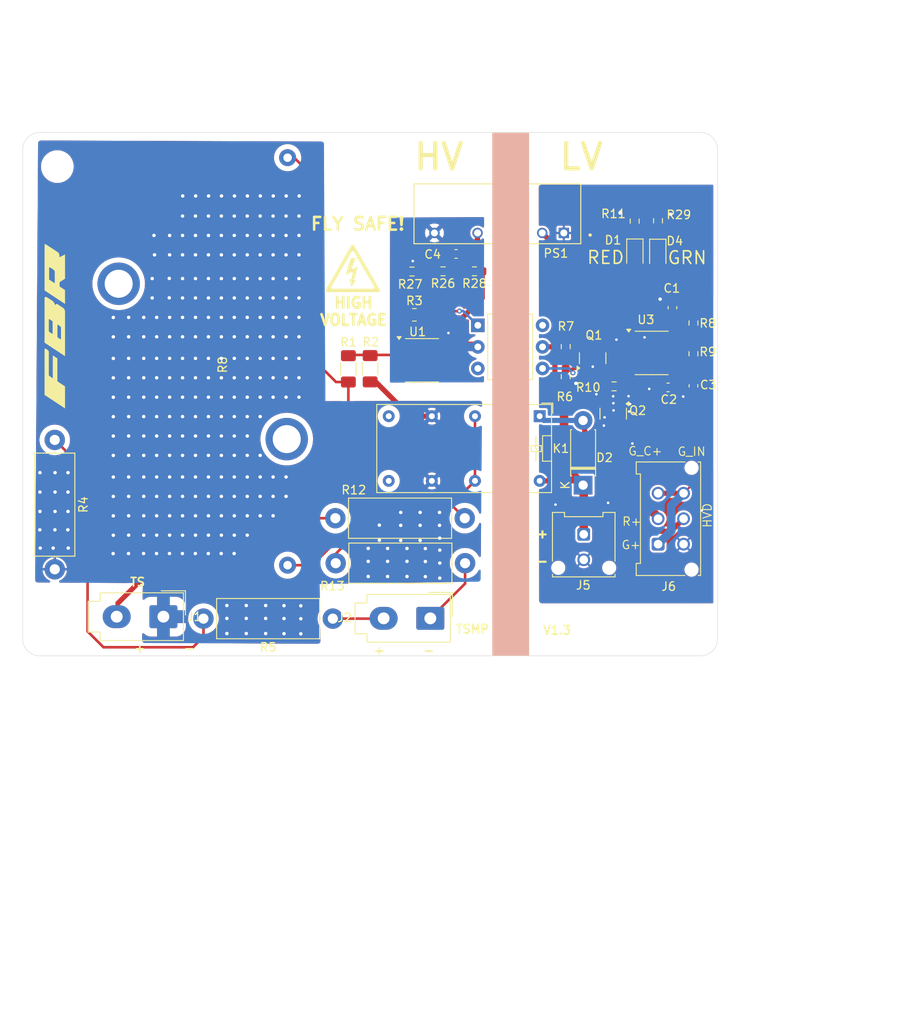
<source format=kicad_pcb>
(kicad_pcb (version 20241229) (generator "pcbnew") (generator_version "9.0")
  (layers (0 "F.Cu" signal) (2 "B.Cu" signal) (13 "F.Paste" user) (15 "B.Paste" user) (5 "F.SilkS" user "F.Silkscreen") (7 "B.SilkS" user "B.Silkscreen") (1 "F.Mask" user) (3 "B.Mask" user) (25 "Edge.Cuts" user))
  (net 0 "")
  (net 1 "GLV-")
  (net 2 "GLV+")
  (net 3 "Net-(U3-CV)")
  (net 4 "Net-(D1-K)")
  (net 5 "TS-")
  (net 6 "TS+")
  (net 7 "Net-(K1-Pad13)")
  (net 8 "Net-(Q1-G)")
  (net 9 "Net-(Q1-D)")
  (net 10 "Net-(Q2-G)")
  (net 11 "/Vin")
  (net 12 "Net-(R3-Pad1)")
  (net 13 "Net-(R3-Pad2)")
  (net 14 "Net-(R12-Pad1)")
  (net 15 "/GRN+")
  (net 16 "/5V+_Iso")
  (net 17 "/Vref")
  (net 18 "/5V-_Iso")
  (net 21 "Net-(U3-THR)")
  (net 22 "Net-(U3-DIS)")
  (net 25 "Net-(R26-Pad1)")
  (net 26 "/RED+")
  (net 27 "Net-(D4-K)")
  (net 28 "Net-(J2-Pin_1)")
  (net 29 "Net-(J2-Pin_2)")
  (net 30 "Net-(R4-Pad1)")
  (net 31 "HVD_SDC_IN")
  (footprint "Diode_THT:D_DO-41_SOD81_P7.62mm_Horizontal" (layer "F.Cu") (at 117.275 101.61 90)
    (property "Reference" "D2")
    (property "Value" "1n4937")
  )
  (footprint "LED_SMD:LED_0805_2012Metric_Pad1.15x1.40mm_HandSolder" (layer "F.Cu") (at 123.375 74.475 -90)
    (property "Reference" "D1")
    (property "Value" "VHI")
  )
  (footprint "Relay_THT:Relay_DPDT_Omron_G5V-2" (layer "F.Cu") (at 112.1575 93.4875 -90)
    (property "Reference" "K1")
    (property "Value" "G5V-2")
  )
  (footprint "LED_SMD:LED_0805_2012Metric_Pad1.15x1.40mm_HandSolder" (layer "F.Cu") (at 126.075 74.5 -90)
    (property "Reference" "D4")
    (property "Value" "GRN")
  )
  (footprint "Resistor_SMD:R_1206_3216Metric_Pad1.30x1.75mm_HandSolder" (layer "F.Cu") (at 89.620786 87.914214 -90)
    (property "Reference" "R1")
    (property "Value" "330K")
  )
  (footprint "Capacitor_SMD:C_0603_1608Metric_Pad1.08x0.95mm_HandSolder" (layer "F.Cu") (at 130.275 89.9125 90)
    (property "Reference" "C3")
    (property "Value" "1u")
  )
  (footprint "Symbol:Symbol_HighVoltage_Triangle_6x6mm_Copper" (layer "F.Cu") (at 90.141386 76.076814)
    (property "Reference" "REF**" (hide yes))
    (property "Value" "Symbol_HighVoltage_Triangle_6x6mm_Copper" (hide yes))
  )
  (footprint "Connector_Molex:Molex_Mini-Fit_Jr_5566-02A_2x01_P4.20mm_Vertical" (layer "F.Cu") (at 67.830786 117.104214 -90)
    (property "Reference" "J1")
    (property "Value" "Conn_01x02")
  )
  (footprint "Resistor_SMD:R_0603_1608Metric_Pad0.98x0.95mm_HandSolder" (layer "F.Cu") (at 115.225 85.2875 -90)
    (property "Reference" "R7")
    (property "Value" "33K")
  )
  (footprint "MountingHole:MountingHole_3.2mm_M3_DIN965" (layer "F.Cu") (at 129.175 64.15)
    (property "Reference" "H4" (hide yes))
    (property "Value" "MountingHole")
  )
  (footprint "Package_TO_SOT_SMD:SOT-23" (layer "F.Cu") (at 118.4 86.6625 90)
    (property "Reference" "Q1")
    (property "Value" "2N7002")
  )
  (footprint "Resistor_SMD:R_0603_1608Metric_Pad0.98x0.95mm_HandSolder" (layer "F.Cu") (at 126.1 70.475 90)
    (property "Reference" "R29")
    (property "Value" "2k2")
  )
  (footprint "MountingHole:MountingHole_3.2mm_M3_DIN965" (layer "F.Cu") (at 55.313786 117.523214)
    (property "Reference" "H2" (hide yes))
    (property "Value" "MountingHole")
  )
  (footprint "Resistor_SMD:R_0603_1608Metric_Pad0.98x0.95mm_HandSolder" (layer "F.Cu") (at 97.125 76.45 180)
    (property "Reference" "R27")
    (property "Value" "10K")
  )
  (footprint "Capacitor_SMD:C_0603_1608Metric_Pad1.08x0.95mm_HandSolder" (layer "F.Cu") (at 127.8 80.7125 90)
    (property "Reference" "C1")
    (property "Value" "0.1uF")
  )
  (footprint "Resistor_THT:R_Axial_DIN0414_L11.9mm_D4.5mm_P15.24mm_Horizontal" (layer "F.Cu") (at 103.370786 110.804214 180)
    (property "Reference" "R13")
    (property "Value" "2.7K")
  )
  (footprint "Resistor_SMD:R_0603_1608Metric_Pad0.98x0.95mm_HandSolder" (layer "F.Cu") (at 130.275 86.1375 90)
    (property "Reference" "R9")
    (property "Value" "220k")
  )
  (footprint "MountingHole:MountingHole_3.2mm_M3_DIN965" (layer "F.Cu") (at 55.335786 64.089214 90)
    (property "Reference" "H1" (hide yes))
    (property "Value" "MountingHole")
  )
  (footprint "Resistor_SMD:R_0603_1608Metric_Pad0.98x0.95mm_HandSolder" (layer "F.Cu") (at 104.475 76.425 180)
    (property "Reference" "R28")
    (property "Value" "910")
  )
  (footprint "Resistor_SMD:R_0603_1608Metric_Pad0.98x0.95mm_HandSolder" (layer "F.Cu") (at 120.925 89.975 180)
    (property "Reference" "R10")
    (property "Value" "10k")
  )
  (footprint "Resistor_SMD:R_0603_1608Metric_Pad0.98x0.95mm_HandSolder" (layer "F.Cu") (at 130.275 82.5125 90)
    (property "Reference" "R8")
    (property "Value" "22k")
  )
  (footprint "Package_DIP:DIP-6_W7.62mm" (layer "F.Cu") (at 104.875 82.785)
    (property "Reference" "U2")
    (property "Value" "4N35")
  )
  (footprint "Connector_Molex:Molex_Micro-Fit_3.0_43045-0612_2x03_P3.00mm_Vertical" (layer "F.Cu") (at 126.110786 108.564214 90)
    (property "Reference" "J6")
    (property "Value" "Conn_02x03_Counter_Clockwise")
  )
  (footprint "MountingHole:MountingHole_3.2mm_M3_DIN965" (layer "F.Cu") (at 129.175 117.525)
    (property "Reference" "H3" (hide yes))
    (property "Value" "MountingHole")
  )
  (footprint "Package_SO:SOIC-8_3.9x4.9mm_P1.27mm" (layer "F.Cu") (at 125.35 86.04)
    (property "Reference" "U3")
    (property "Value" "NE555D")
  )
  (footprint "Capacitor_SMD:C_0603_1608Metric_Pad1.08x0.95mm_HandSolder" (layer "F.Cu") (at 127.2875 90.1 180)
    (property "Reference" "C2")
    (property "Value" "0.1uF")
  )
  (footprint "Chassis_Resistor:HSA25" (layer "F.Cu") (at 72.460786 87.039214 90)
    (property "Reference" "R14" (hide yes))
    (property "Value" "1.2K" (hide yes))
  )
  (footprint "Resistor_THT:R_Axial_DIN0414_L11.9mm_D4.5mm_P15.24mm_Horizontal" (layer "F.Cu") (at 103.330786 105.504214 180)
    (property "Reference" "R12")
    (property "Value" "2.2K")
  )
  (footprint "Resistor_SMD:R_0603_1608Metric_Pad0.98x0.95mm_HandSolder" (layer "F.Cu") (at 115.225 88.825 -90)
    (property "Reference" "R6")
    (property "Value" "12k")
  )
  (footprint "Resistor_THT:R_Axial_DIN0414_L11.9mm_D4.5mm_P15.24mm_Horizontal" (layer "F.Cu") (at 87.790786 117.334214 180)
    (property "Reference" "R5")
    (property "Value" "2.7K")
  )
  (footprint "Resistor_SMD:R_0603_1608Metric_Pad0.98x0.95mm_HandSolder" (layer "F.Cu") (at 123.35 70.5125 90)
    (property "Reference" "R11")
    (property "Value" "2k2")
  )
  (footprint "Capacitor_SMD:C_0603_1608Metric_Pad1.08x0.95mm_HandSolder" (layer "F.Cu") (at 102.3125 74.375 180)
    (property "Reference" "C4")
    (property "Value" "0.1uF")
  )
  (footprint "Resistor_THT:R_Axial_DIN0414_L11.9mm_D4.5mm_P15.24mm_Horizontal" (layer "F.Cu") (at 55.030786 96.284214 -90)
    (property "Reference" "R4")
    (property "Value" "2.2K")
  )
  (footprint "Package_TO_SOT_SMD:SOT-23" (layer "F.Cu") (at 120.825 93.1875 -90)
    (property "Reference" "Q2")
    (property "Value" "AO3401A")
  )
  (footprint "Recom 12V Isolated:CONV_RKZE-1205S_HP" (layer "F.Cu") (at 107.175 69.65 180)
    (property "Reference" "PS1")
    (property "Value" "RKZE-1205S_HP")
  )
  (footprint "Connector_Molex:Molex_Micro-Fit_3.0_43045-0212_2x01_P3.00mm_Vertical" (layer "F.Cu") (at 117.35 107.405)
    (property "Reference" "J5")
    (property "Value" "Conn_02x01")
  )
  (footprint "Connector_Molex:Molex_Mini-Fit_Jr_5566-02A_2x01_P4.20mm_Vertical" (layer "F.Cu") (at 99.275 117.3 -90)
    (property "Reference" "J2")
    (property "Value" "Conn_01x02")
  )
  (footprint "Resistor_SMD:R_0603_1608Metric_Pad0.98x0.95mm_HandSolder" (layer "F.Cu") (at 100.775 76.425 180)
    (property "Reference" "R26")
    (property "Value" "18K")
  )
  (footprint "Resistor_SMD:R_0805_2012Metric_Pad1.20x1.40mm_HandSolder" (layer "F.Cu") (at 97.4 81.55)
    (property "Reference" "R3")
    (property "Value" "1K")
  )
  (footprint "LOGO" (layer "F.Cu") (at 54.990786 83.054214 90)
    (property "Reference" "G***" (hide yes))
    (property "Value" "LOGO" (hide yes))
  )
  (footprint "Package_SO:SOIC-8_3.9x4.9mm_P1.27mm" (layer "F.Cu") (at 98.3 86.91)
    (property "Reference" "U1")
    (property "Value" "LM358")
  )
  (footprint "Resistor_SMD:R_1206_3216Metric_Pad1.30x1.75mm_HandSolder" (layer "F.Cu") (at 92.185786 87.9 -90)
    (property "Reference" "R2")
    (property "Value" "10K")
  )
  (gr_rect (start 106.625 60.15) (end 110.854392 121.636) (stroke (width 0.1)) (fill yes) (layer "F.SilkS"))
  (gr_rect (start 106.625 60.15) (end 110.854392 121.631) (stroke (width 0.1)) (fill yes) (layer "B.SilkS"))
  (gr_line (start 53.254786 60.064214) (end 131.110786 60.064214) (stroke (width 0.05)) (layer "Edge.Cuts"))
  (gr_arc (start 53.254786 121.714214) (mid 51.840572 121.128428) (end 51.254786 119.714214) (stroke (width 0.05)) (layer "Edge.Cuts"))
  (gr_line (start 133.110786 62.064214) (end 133.110786 119.714214) (stroke (width 0.05)) (layer "Edge.Cuts"))
  (gr_arc (start 131.110786 60.064214) (mid 132.525004 60.649996) (end 133.110786 62.064214) (stroke (width 0.05)) (layer "Edge.Cuts"))
  (gr_arc (start 133.110786 119.714214) (mid 132.524994 121.128414) (end 131.110786 121.714214) (stroke (width 0.05)) (layer "Edge.Cuts"))
  (gr_line (start 51.254786 119.714214) (end 51.254786 62.064214) (stroke (width 0.05)) (layer "Edge.Cuts"))
  (gr_line (start 131.110786 121.714214) (end 53.254786 121.714214) (stroke (width 0.05)) (layer "Edge.Cuts"))
  (gr_arc (start 51.254786 62.064214) (mid 51.840572 60.65) (end 53.254786 60.064214) (stroke (width 0.05)) (layer "Edge.Cuts"))
  (gr_text "TSMP" (at 102.190786 119.154214 0) (layer "F.SilkS") (effects (font (size 1 1) (thickness 0.2) (bold yes)) (justify left bottom)))
  (gr_text "HV     LV" (at 97.096786 64.691214 0) (layer "F.SilkS") (effects (font (size 3 3) (thickness 0.5)) (justify left bottom)))
  (gr_text "+\n\n-" (at 111.7 111.15 0) (layer "F.SilkS") (effects (font (size 1 1) (thickness 0.25) (bold yes)) (justify left bottom)))
  (gr_text "G_C+" (at 122.520786 98.184214 0) (layer "F.SilkS") (effects (font (size 1 1) (thickness 0.125)) (justify left bottom)))
  (gr_text "G+" (at 121.730786 109.234214 0) (layer "F.SilkS") (effects (font (size 1 1) (thickness 0.125)) (justify left bottom)))
  (gr_text "+      -" (at 64.3 121.4 0) (layer "F.SilkS") (effects (font (size 1 1) (thickness 0.2) (bold yes)) (justify left bottom)))
  (gr_text "HVD" (at 132.500786 106.714214 90) (layer "F.SilkS") (effects (font (size 1 1) (thickness 0.125)) (justify left bottom)))
  (gr_text "GRN" (at 127.125 75.7 0) (layer "F.SilkS") (effects (font (size 1.5 1.5) (thickness 0.1875)) (justify left bottom)))
  (gr_text "V1.3" (at 112.460786 119.284214 0) (layer "F.SilkS") (effects (font (size 1 1) (thickness 0.2) (bold yes)) (justify left bottom)))
  (gr_text "+      -" (at 92.525 121.675 0) (layer "F.SilkS") (effects (font (size 1 1) (thickness 0.2) (bold yes)) (justify left bottom)))
  (gr_text "FLY SAFE!" (at 85.035786 71.714214 0) (layer "F.SilkS") (effects (font (size 1.5 1.5) (thickness 0.3) (bold yes)) (justify left bottom)))
  (gr_text "TS" (at 63.800786 113.614214 0) (layer "F.SilkS") (effects (font (size 1 1) (thickness 0.2) (bold yes)) (justify left bottom)))
  (gr_text "G_IN" (at 128.330786 98.244214 0) (layer "F.SilkS") (effects (font (size 1 1) (thickness 0.125)) (justify left bottom)))
  (gr_text "R+" (at 121.810786 106.484214 0) (layer "F.SilkS") (effects (font (size 1 1) (thickness 0.125)) (justify left bottom)))
  (gr_text "R8" (at 74.810786 87.439214 90) (layer "F.SilkS") (effects (font (size 1 1))))
  (gr_text "HIGH\nVOLTAGE" (at 90.235786 82.889214 0) (layer "F.SilkS") (effects (font (size 1.25 1.25) (thickness 0.3125) (bold yes)) (justify bottom)))
  (gr_text "RED" (at 117.625 75.675 0) (layer "F.SilkS") (effects (font (size 1.5 1.5) (thickness 0.1875)) (justify left bottom)))
  (via (at 120.860786 92.804214) (size 0.6096) (drill 0.3048) (layers "F.Cu" "B.Cu") (net 1))
  (via (at 124.510786 84.204214) (size 0.6096) (drill 0.3048) (layers "F.Cu" "B.Cu") (net 1))
  (via (at 122.700786 92.934214) (size 0.6096) (drill 0.3048) (layers "F.Cu" "B.Cu") (net 1))
  (via (at 118.410786 87.654214) (size 0.6096) (drill 0.3048) (layers "F.Cu" "B.Cu") (net 1))
  (via (at 119.720786 94.594214) (size 0.6096) (drill 0.3048) (layers "F.Cu" "B.Cu") (net 1))
  (via (at 120.220786 103.694214) (size 0.6096) (drill 0.3048) (layers "F.Cu" "B.Cu") (net 1))
  (via (at 129.070786 91.174214) (size 0.6096) (drill 0.3048) (layers "F.Cu" "B.Cu") (net 1))
  (via (at 123.080786 96.704214) (size 0.6096) (drill 0.3048) (layers "F.Cu" "B.Cu") (net 1))
  (via (at 120.820786 91.144214) (size 0.6096) (drill 0.3048) (layers "F.Cu" "B.Cu") (net 1))
  (via (at 122.630786 91.134214) (size 0.6096) (drill 0.3048) (layers "F.Cu" "B.Cu") (net 1))
  (via (at 125.060786 90.274214) (size 0.6096) (drill 0.3048) (layers "F.Cu" "B.Cu") (net 1))
  (via (at 126.35 79.7) (size 0.8128) (drill 0.4064) (layers "F.Cu" "B.Cu") (net 1))
  (via (at 114.020786 103.904214) (size 0.6096) (drill 0.3048) (layers "F.Cu" "B.Cu") (net 1))
  (via (at 121.625 69.55) (size 0.8128) (drill 0.4064) (layers "F.Cu" "B.Cu") (net 1))
  (via (at 118.840786 90.904214) (size 0.6096) (drill 0.3048) (layers "F.Cu" "B.Cu") (net 1))
  (via (at 119.800786 93.624214) (size 0.6096) (drill 0.3048) (layers "F.Cu" "B.Cu") (net 1))
  (via (at 122.810786 92.054214) (size 0.6096) (drill 0.3048) (layers "F.Cu" "B.Cu") (net 1))
  (via (at 116.425 89.625) (size 0.8128) (drill 0.4064) (layers "F.Cu" "B.Cu") (net 1))
  (via (at 127.575 69.7) (size 0.8128) (drill 0.4064) (layers "F.Cu" "B.Cu") (net 1))
  (via (at 131.240786 104.604214) (size 0.6096) (drill 0.3048) (layers "F.Cu" "B.Cu") (net 1))
  (via (at 121.2 84.475) (size 0.6) (drill 0.3) (layers "F.Cu" "B.Cu") (net 1))
  (via (at 120.845648 91.96085) (size 0.6096) (drill 0.3048) (layers "F.Cu" "B.Cu") (net 1))
  (segment (start 117.2 101.685) (end 117.275 101.61) (width 0.6096) (layer "F.Cu") (net 2))
  (segment (start 127.8 84.11) (end 127.825 84.135) (width 0.6096) (layer "F.Cu") (net 2))
  (segment (start 115.025 92.95) (end 113.95 91.875) (width 0.6096) (layer "F.Cu") (net 2))
  (segment (start 115.225 74.67) (end 112.46 71.905) (width 0.6096) (layer "F.Cu") (net 2))
  (segment (start 113.625 85.325) (end 113.95 85.65) (width 0.6096) (layer "F.Cu") (net 2))
  (segment (start 117.325 101.66) (end 117.275 101.61) (width 0.6096) (layer "F.Cu") (net 2))
  (segment (start 117.35 107.405) (end 117.325 107.38) (width 0.6096) (layer "F.Cu") (net 2))
  (segment (start 116.7725 101.1075) (end 117.275 101.61) (width 0.6096) (layer "F.Cu") (net 2))
  (segment (start 119.9 90.0875) (end 119.9 92.225) (width 0.3048) (layer "F.Cu") (net 2))
  (segment (start 127.8 81.575) (end 127.8 84.11) (width 0.6096) (layer "F.Cu") (net 2))
  (segment (start 115.225 84.375) (end 115.225 74.67) (width 0.6096) (layer "F.Cu") (net 2))
  (segment (start 126.8538 83.1638) (end 127.8 84.11) (width 0.6096) (layer "F.Cu") (net 2))
  (segment (start 117.35 107.405) (end 117.35 101.685) (width 1.016) (layer "F.Cu") (net 2))
  (segment (start 113.95 91.875) (end 113.95 85.65) (width 0.6096) (layer "F.Cu") (net 2))
  (segment (start 117.35 101.685) (end 117.275 101.61) (width 1.016) (layer "F.Cu") (net 2))
  (segment (start 115.225 84.375) (end 116.4362 83.1638) (width 0.6096) (layer "F.Cu") (net 2))
  (segment (start 116.4362 83.1638) (end 126.8538 83.1638) (width 0.6096) (layer "F.Cu") (net 2))
  (segment (start 112.235 101.61) (end 112.2075 101.5825) (width 0.3048) (layer "F.Cu") (net 2))
  (segment (start 112.495 85.325) (end 113.625 85.325) (width 0.6096) (layer "F.Cu") (net 2))
  (segment (start 116 91.975) (end 119.6 91.975) (width 1.016) (layer "F.Cu") (net 2))
  (segment (start 120.0125 89.975) (end 119.9 90.0875) (width 0.3048) (layer "F.Cu") (net 2))
  (segment (start 115.025 99.36) (end 115.025 92.95) (width 1.016) (layer "F.Cu") (net 2))
  (segment (start 112.1575 101.1075) (end 116.7725 101.1075) (width 0.6096) (layer "F.Cu") (net 2))
  (segment (start 117.3 107.105) (end 117.35 107.055) (width 0.6096) (layer "F.Cu") (net 2))
  (segment (start 117.275 101.61) (end 115.025 99.36) (width 1.016) (layer "F.Cu") (net 2))
  (segment (start 119.6 91.975) (end 119.875 92.25) (width 0.6096) (layer "F.Cu") (net 2))
  (segment (start 127.8 81.575) (end 130.25 81.575) (width 0.6096) (layer "F.Cu") (net 2))
  (segment (start 115.025 92.95) (end 116 91.975) (width 1.016) (layer "F.Cu") (net 2))
  (segment (start 113.95 85.65) (end 115.225 84.375) (width 0.6096) (layer "F.Cu") (net 2))
  (segment (start 127.825 89.775) (end 128.15 90.1) (width 0.3048) (layer "F.Cu") (net 3))
  (segment (start 127.825 87.945) (end 127.825 89.775) (width 0.3048) (layer "F.Cu") (net 3))
  (segment (start 123.35 71.425) (end 123.35 73.425) (width 0.254) (layer "F.Cu") (net 4))
  (segment (start 123.35 73.425) (end 123.375 73.45) (width 0.254) (layer "F.Cu") (net 4))
  (segment (start 92.846572 89.45) (end 96.884072 93.4875) (width 0.6096) (layer "F.Cu") (net 5))
  (segment (start 92.185786 89.45) (end 92.846572 89.45) (width 0.6096) (layer "F.Cu") (net 5))
  (segment (start 96.884072 93.4875) (end 99.4575 93.4875) (width 0.6096) (layer "F.Cu") (net 5))
  (segment (start 92.185786 89.45) (end 92.310786 89.45) (width 0.6096) (layer "F.Cu") (net 5))
  (via (at 79.230786 93.535214) (size 0.8128) (drill 0.4064) (layers "F.Cu" "B.Cu") (net 5))
  (via (at 63.718786 109.667214) (size 0.8128) (drill 0.4064) (layers "F.Cu" "B.Cu") (net 5))
  (via (at 80.754786 74.485214) (size 0.8128) (drill 0.4064) (layers "F.Cu" "B.Cu") (net 5))
  (via (at 95.788786 106.346214) (size 0.8128) (drill 0.4064) (layers "F.Cu" "B.Cu") (net 5))
  (via (at 80.754786 77.279214) (size 0.8128) (drill 0.4064) (layers "F.Cu" "B.Cu") (net 5))
  (via (at 79.230786 102.933214) (size 0.8128) (drill 0.4064) (layers "F.Cu" "B.Cu") (net 5))
  (via (at 71.610786 86.677214) (size 0.8128) (drill 0.4064) (layers "F.Cu" "B.Cu") (net 5))
  (via (at 67.038786 81.851214) (size 0.8128) (drill 0.4064) (layers "F.Cu" "B.Cu") (net 5))
  (via (at 74.658786 98.107214) (size 0.8128) (drill 0.4064) (layers "F.Cu" "B.Cu") (net 5))
  (via (at 77.706786 84.137214) (size 0.8128) (drill 0.4064) (layers "F.Cu" "B.Cu") (net 5))
  (via (at 93.270786 108.104214) (size 0.8128) (drill 0.4064) (layers "F.Cu" "B.Cu") (net 5))
  (via (at 79.230786 86.677214) (size 0.8128) (drill 0.4064) (layers "F.Cu" "B.Cu") (net 5))
  (via (at 70.068786 109.667214) (size 0.8128) (drill 0.4064) (layers "F.Cu" "B.Cu") (net 5))
  (via (at 67.038786 107.505214) (size 0.8128) (drill 0.4064) (layers "F.Cu" "B.Cu") (net 5))
  (via (at 74.658786 105.219214) (size 0.8128) (drill 0.4064) (layers "F.Cu" "B.Cu") (net 5))
  (via (at 66.510786 77.278214) (size 0.8128) (drill 0.4064) (layers "F.Cu" "B.Cu") (net 5))
  (via (at 82.278786 86.677214) (size 0.8128) (drill 0.4064) (layers "F.Cu" "B.Cu") (net 5))
  (via (at 84.020786 117.346214) (size 0.8128) (drill 0.4064) (layers "F.Cu" "B.Cu") (net 5))
  (via (at 73.134786 81.851214) (size 0.8128) (drill 0.4064) (layers "F.Cu" "B.Cu") (net 5))
  (via (at 77.706786 95.821214) (size 0.8128) (drill 0.4064) (layers "F.Cu" "B.Cu") (net 5))
  (via (at 83.802786 88.963214) (size 0.8128) (drill 0.4064) (layers "F.Cu" "B.Cu") (net 5))
  (via (at 63.736786 107.505214) (size 0.8128) (drill 0.4064) (layers "F.Cu" "B.Cu") (net 5))
  (via (at 79.230786 88.963214) (size 0.8128) (drill 0.4064) (layers "F.Cu" "B.Cu") (net 5))
  (via (at 80.754786 88.963214) (size 0.8128) (drill 0.4064) (layers "F.Cu" "B.Cu") (net 5))
  (via (at 79.230786 98.107214) (size 0.8128) (drill 0.4064) (layers "F.Cu" "B.Cu") (net 5))
  (via (at 65.514786 102.933214) (size 0.8128) (drill 0.4064) (layers "F.Cu" "B.Cu") (net 5))
  (via (at 79.878786 117.310214) (size 0.8128) (drill 0.4064) (layers "F.Cu" "B.Cu") (net 5))
  (via (at 71.610786 81.851214) (size 0.8128) (drill 0.4064) (layers "F.Cu" "B.Cu") (net 5))
  (via (at 77.706786 102.933214) (size 0.8128) (drill 0.4064) (layers "F.Cu" "B.Cu") (net 5))
  (via (at 91.956786 109.066214) (size 0.8128) (drill 0.4064) (layers "F.Cu" "B.Cu") (net 5))
  (via (at 73.134786 86.677214) (size 0.8128) (drill 0.4064) (layers "F.Cu" "B.Cu") (net 5))
  (via (at 65.514786 105.219214) (size 0.8128) (drill 0.4064) (layers "F.Cu" "B.Cu") (net 5))
  (via (at 56.620786 109.024214) (size 0.8128) (drill 0.4064) (layers "F.Cu" "B.Cu") (net 5))
  (via (at 77.592786 119.088214) (size 0.8128) (drill 0.4064) (layers "F.Cu" "B.Cu") (net 5))
  (via (at 54.842786 109.024214) (size 0.8128) (drill 0.4064) (layers "F.Cu" "B.Cu") (net 5))
  (via (at 83.802786 77.279214) (size 0.8128) (drill 0.4064) (layers "F.Cu" "B.Cu") (net 5))
  (via (at 56.588786 100.140214) (size 0.8128) (drill 0.4064) (layers "F.Cu" "B.Cu") (net 5))
  (via (at 73.134786 93.535214) (size 0.8128) (drill 0.4064) (layers "F.Cu" "B.Cu") (net 5))
  (via (at 98.690786 110.608214) (size 0.8128) (drill 0.4064) (layers "F.Cu" "B.Cu") (net 5))
  (via (at 77.706786 100.647214) (size 0.8128) (drill 0.4064) (layers "F.Cu" "B.Cu") (net 5))
  (via (at 77.706786 91.249214) (size 0.8128) (drill 0.4064) (layers "F.Cu" "B.Cu") (net 5))
  (via (at 61.928786 86.684214) (size 0.8128) (drill 0.4064) (layers "F.Cu" "B.Cu") (net 5))
  (via (at 70.086786 88.963214) (size 0.8128) (drill 0.4064) (layers "F.Cu" "B.Cu") (net 5))
  (via (at 61.928786 105.226214) (size 0.8128) (drill 0.4064) (layers "F.Cu" "B.Cu") (net 5))
  (via (at 76.182786 107.505214) (size 0.8128) (drill 0.4064) (layers "F.Cu" "B.Cu") (net 5))
  (via (at 98.074786 106.346214) (size 0.8128) (drill 0.4064) (layers "F.Cu" "B.Cu") (net 5))
  (via (at 56.588786 104.712214) (size 0.8128) (drill 0.4064) (layers "F.Cu" "B.Cu") (net 5))
  (via (at 73.134786 79.565214) (size 0.8128) (drill 0.4064) (layers "F.Cu" "B.Cu") (net 5))
  (via (at 94.242786 110.590214) (size 0.8128) (drill 0.4064) (layers "F.Cu" "B.Cu") (net 5))
  (via (at 71.610786 107.505214) (size 0.8128) (drill 0.4064) (layers "F.Cu" "B.Cu") (net 5))
  (via (at 68.562786 91.249214) (size 0.8128) (drill 0.4064) (layers "F.Cu" "B.Cu") (net 5))
  (via (at 80.754786 91.249214) (size 0.8128) (drill 0.4064) (layers "F.Cu" "B.Cu") (net 5))
  (via (at 82.278786 88.963214) (size 0.8128) (drill 0.4064) (layers "F.Cu" "B.Cu") (net 5))
  (via (at 76.182786 84.137214) (size 0.8128) (drill 0.4064) (layers "F.Cu" "B.Cu") (net 5))
  (via (at 80.754786 84.137214) (size 0.8128) (drill 0.4064) (layers "F.Cu" "B.Cu") (net 5))
  (via (at 61.928786 100.654214) (size 0.8128) (drill 0.4064) (layers "F.Cu" "B.Cu") (net 5))
  (via (at 74.658786 93.535214) (size 0.8128) (drill 0.4064) (layers "F.Cu" "B.Cu") (net 5))
  (via (at 70.086786 105.219214) (size 0.8128) (drill 0.4064) (layers "F.Cu" "B.Cu") (net 5))
  (via (at 68.562786 102.933214) (size 0.8128) (drill 0.4064) (layers "F.Cu" "B.Cu") (net 5))
  (via (at 98.074786 104.822214) (size 0.8128) (drill 0.4064) (layers "F.Cu" "B.Cu") (net 5))
  (via (at 100.380786 107.854214) (size 0.8128) (drill 0.4064) (layers "F.Cu" "B.Cu") (net 5))
  (via (at 74.658786 81.851214) (size 0.8128) (drill 0.4064) (layers "F.Cu" "B.Cu") (net 5))
  (via (at 73.134786 72.199214) (size 0.8128) (drill 0.4064) (layers "F.Cu" "B.Cu") (net 5))
  (via (at 96.528786 112.368214) (size 0.8128) (drill 0.4064) (layers "F.Cu" "B.Cu") (net 5))
  (via (at 70.086786 100.647214) (size 0.8128) (drill 0.4064) (layers "F.Cu" "B.Cu") (net 5))
  (via (at 79.230786 105.219214) (size 0.8128) (drill 0.4064) (layers "F.Cu" "B.Cu") (net 5))
  (via (at 56.588786 102.426214) (size 0.8128) (drill 0.4064) (layers "F.Cu" "B.Cu") (net 5))
  (via (at 71.610786 105.219214) (size 0.8128) (drill 0.4064) (layers "F.Cu" "B.Cu") (net 5))
  (via (at 55.064786 100.140214) (size 0.8128) (drill 0.4064) (layers "F.Cu" "B.Cu") (net 5))
  (via (at 61.910786 109.674214) (size 0.8128) (drill 0.4064) (layers "F.Cu" "B.Cu") (net 5))
  (via (at 82.278786 77.279214) (size 0.8128) (drill 0.4064) (layers "F.Cu" "B.Cu") (net 5))
  (via (at 74.658786 88.963214) (size 0.8128) (drill 0.4064) (layers "F.Cu" "B.Cu") (net 5))
  (via (at 80.754786 105.219214) (size 0.8128) (drill 0.4064) (layers "F.Cu" "B.Cu") (net 5))
  (via (at 82.278786 79.565214) (size 0.8128) (drill 0.4064) (layers "F.Cu" "B.Cu") (net 5))
  (via (at 53.318786 109.024214) (size 0.8128) (drill 0.4064) (layers "F.Cu" "B.Cu") (net 5))
  (via (at 79.230786 74.485214) (size 0.8128) (drill 0.4064) (layers "F.Cu" "B.Cu") (net 5))
  (via (at 70.086786 72.199214) (size 0.8128) (drill 0.4064) (layers "F.Cu" "B.Cu") (net 5))
  (via (at 71.610786 79.565214) (size 0.8128) (drill 0.4064) (layers "F.Cu" "B.Cu") (net 5))
  (via (at 55.064786 102.426214) (size 0.8128) (drill 0.4064) (layers "F.Cu" "B.Cu") (net 5))
  (via (at 67.038786 88.963214) (size 0.8128) (drill 0.4064) (layers "F.Cu" "B.Cu") (net 5))
  (via (at 71.610786 74.485214) (size 0.8128) (drill 0.4064) (layers "F.Cu" "B.Cu") (net 5))
  (via (at 77.592786 115.786214) (size 0.8128) (drill 0.4064) (layers "F.Cu" "B.Cu") (net 5))
  (via (at 83.802786 86.677214) (size 0.8128) (drill 0.4064) (layers "F.Cu" "B.Cu") (net 5))
  (via (at 74.658786 74.485214) (size 0.8128) (drill 0.4064) (layers "F.Cu" "B.Cu") (net 5))
  (via (at 80.754786 102.933214) (size 0.8128) (drill 0.4064) (layers "F.Cu" "B.Cu") (net 5))
  (via (at 77.706786 74.485214) (size 0.8128) (drill 0.4064) (layers "F.Cu" "B.Cu") (net 5))
  (via (at 67.038786 100.647214) (size 0.8128) (drill 0.4064) (layers "F.Cu" "B.Cu") (net 5))
  (via (at 67.038786 95.821214) (size 0.8128) (drill 0.4064) (layers "F.Cu" "B.Cu") (net 5))
  (via (at 82.040786 117.328214) (size 0.8128) (drill 0.4064) (layers "F.Cu" "B.Cu") (net 5))
  (via (at 93.270786 106.326214) (size 0.8128) (drill 0.4064) (layers "F.Cu" "B.Cu") (net 5))
  (via (at 66.784786 74.485214) (size 0.8128) (drill 0.4064) (layers "F.Cu" "B.Cu") (net 5))
  (via (at 70.086786 86.677214) (size 0.8128) (drill 0.4064) (layers "F.Cu" "B.Cu") (net 5))
  (via (at 77.706786 98.107214) (size 0.8128) (drill 0.4064) (layers "F.Cu" "B.Cu") (net 5))
  (via (at 70.086786 98.107214) (size 0.8128) (drill 0.4064) (layers "F.Cu" "B.Cu") (net 5))
  (via (at 65.514786 95.821214) (size 0.8128) (drill 0.4064) (layers "F.Cu" "B.Cu") (net 5))
  (via (at 73.134786 98.107214) (size 0.8128) (drill 0.4064) (layers "F.Cu" "B.Cu") (net 5))
  (via (at 98.690786 109.084214) (size 0.8128) (drill 0.4064) (layers "F.Cu" "B.Cu") (net 5))
  (via (at 77.706786 107.505214) (size 0.8128) (drill 0.4064) (layers "F.Cu" "B.Cu") (net 5))
  (via (at 61.928786 91.256214) (size 0.8128) (drill 0.4064) (layers "F.Cu" "B.Cu") (net 5))
  (via (at 77.706786 79.565214) (size 0.8128) (drill 0.4064) (layers "F.Cu" "B.Cu") (net 5))
  (via (at 100.390786 109.262214) (size 0.8128) (drill 0.4064) (layers "F.Cu" "B.Cu") (net 5))
  (via (at 74.658786 79.565214) (size 0.8128) (drill 0.4064) (layers "F.Cu" "B.Cu") (net 5))
  (via (at 63.736786 81.851214) (size 0.8128) (drill 0.4064) (layers "F.Cu" "B.Cu") (net 5))
  (via (at 80.754786 86.677214) (size 0.8128) (drill 0.4064) (layers "F.Cu" "B.Cu") (net 5))
  (via (at 76.182786 95.821214) (size 0.8128) (drill 0.4064) (layers "F.Cu" "B.Cu") (net 5))
  (via (at 67.038786 105.219214) (size 0.8128) (drill 0.4064) (layers "F.Cu" "B.Cu") (net 5))
  (via (at 83.802786 91.249214) (size 0.8128) (drill 0.4064) (layers "F.Cu" "B.Cu") (net 5))
  (via (at 80.772786 67.547214) (size 0.8128) (drill 0.4064) (layers "F.Cu" "B.Cu") (net 5))
  (via (at 76.182786 88.963214) (size 0.8128) (drill 0.4064) (layers "F.Cu" "B.Cu") (net 5))
  (via (at 79.230786 100.647214) (size 0.8128) (drill 0.4064) (layers "F.Cu" "B.Cu") (net 5))
  (via (at 65.514786 98.107214) (size 0.8128) (drill 0.4064) (layers "F.Cu" "B.Cu") (net 5))
  (via (at 83.802786 81.851214) (size 0.8128) (drill 0.4064) (layers "F.Cu" "B.Cu") (net 5))
  (via (at 76.182786 98.107214) (size 0.8128) (drill 0.4064) (layers "F.Cu" "B.Cu") (net 5))
  (via (at 91.956786 112.368214) (size 0.8128) (drill 0.4064) (layers "F.Cu" "B.Cu") (net 5))
  (via (at 79.230786 69.913214) (size 0.8128) (drill 0.4064) (layers "F.Cu" "B.Cu") (net 5))
  (via (at 53.286786 104.712214) (size 0.8128) (drill 0.4064) (layers "F.Cu" "B.Cu") (net 5))
  (via (at 74.658786 107.505214) (size 0.8128) (drill 0.4064) (layers "F.Cu" "B.Cu") (net 5))
  (via (at 74.658786 84.137214) (size 0.8128) (drill 0.4064) (layers "F.Cu" "B.Cu") (net 5))
  (via (at 77.706786 81.851214) (size 0.8128) (drill 0.4064) (layers "F.Cu" "B.Cu") (net 5))
  (via (at 68.562786 88.963214) (size 0.8128) (drill 0.4064) (layers "F.Cu" "B.Cu") (net 5))
  (via (at 63.736786 98.107214) (size 0.8128) (drill 0.4064) (layers "F.Cu" "B.Cu") (net 5))
  (via (at 80.754786 69.913214) (size 0.8128) (drill 0.4064) (layers "F.Cu" "B.Cu") (net 5))
  (via (at 68.562786 107.505214) (size 0.8128) (drill 0.4064) (layers "F.Cu" "B.Cu") (net 5))
  (via (at 63.736786 91.249214) (size 0.8128) (drill 0.4064) (layers "F.Cu" "B.Cu") (net 5))
  (via (at 82.278786 91.249214) (size 0.8128) (drill 0.4064) (layers "F.Cu" "B.Cu") (net 5))
  (via (at 65.514786 93.535214) (size 0.8128) (drill 0.4064) (layers "F.Cu" "B.Cu") (net 5))
  (via (at 71.592786 109.667214) (size 0.8128) (drill 0.4064) (layers "F.Cu" "B.Cu") (net 5))
  (via (at 65.514786 88.963214) (size 0.8128) (drill 0.4064) (layers "F.Cu" "B.Cu") (net 5))
  (via (at 70.086786 69.913214) (size 0.8128) (drill 0.4064) (layers "F.Cu" "B.Cu") (net 5))
  (via (at 73.134786 88.963214) (size 0.8128) (drill 0.4064) (layers "F.Cu" "B.Cu") (net 5))
  (via (at 73.134786 95.821214) (size 0.8128) (drill 0.4064) (layers "F.Cu" "B.Cu") (net 5))
  (via (at 56.570786 106.874214) (size 0.8128) (drill 0.4064) (layers "F.Cu" "B.Cu") (net 5))
  (via (at 71.610786 98.107214) (size 0.8128) (drill 0.4064) (layers "F.Cu" "B.Cu") (net 5))
  (via (at 61.928786 98.114214) (size 0.8128) (drill 0.4064) (layers "F.Cu" "B.Cu") (net 5))
  (via (at 67.038786 93.535214) (size 0.8128) (drill 0.4064) (layers "F.Cu" "B.Cu") (net 5))
  (via (at 71.610786 102.933214) (size 0.8128) (drill 0.4064) (layers "F.Cu" "B.Cu") (net 5))
  (via (at 70.086786 93.535214) (size 0.8128) (drill 0.4064) (layers "F.Cu" "B.Cu") (net 5))
  (via (at 77.706786 88.963214) (size 0.8128) (drill 0.4064) (layers "F.Cu" "B.Cu") (net 5))
  (via (at 53.268786 106.874214) (size 0.8128) (drill 0.4064) (layers "F.Cu" "B.Cu") (net 5))
  (via (at 82.278786 74.485214) (size 0.8128) (drill 0.4064) (layers "F.Cu" "B.Cu") (net 5))
  (via (at 70.086786 91.249214) (size 0.8128) (drill 0.4064) (layers "F.Cu" "B.Cu") (net 5))
  (via (at 61.928786 93.542214) (size 0.8128) (drill 0.4064) (layers "F.Cu" "B.Cu") (net 5))
  (via (at 83.802786 74.485214) (size 0.8128) (drill 0.4064) (layers "F.Cu" "B.Cu") (net 5))
  (via (at 65.514786 91.249214) (size 0.8128) (drill 0.4064) (layers "F.Cu" "B.Cu") (net 5))
  (via (at 68.562786 93.535214) (size 0.8128) (drill 0.4064) (layers "F.Cu" "B.Cu") (net 5))
  (via (at 67.020786 109.667214) (size 0.8128) (drill 0.4064) (layers "F.Cu" "B.Cu") (net 5))
  (via (at 74.658786 86.677214) (size 0.8128) (drill 0.4064) (layers "F.Cu" "B.Cu") (net 5))
  (via (at 100.360786 106.346214) (size 0.8128) (drill 0.4064) (layers "F.Cu" "B.Cu") (net 5))
  (via (at 63.736786 86.677214) (size 0.8128) (drill 0.4064) (layers "F.Cu" "B.Cu") (net 5))
  (via (at 68.562786 84.137214) (size 0.8128) (drill 0.4064) (layers "F.Cu" "B.Cu") (net 5))
  (via (at 61.928786 107.512214) (size 0.8128) (drill 0.4064) (layers "F.Cu" "B.Cu") (net 5))
  (via (at 55.064786 104.712214) (size 0.8128) (drill 0.4064) (layers "F.Cu" "B.Cu") (net 5))
  (via (at 100.390786 112.564214) (size 0.8128) (drill 0.4064) (layers "F.Cu" "B.Cu") (net 5))
  (via (at 73.134786 69.913214) (size 0.8128) (drill 0.4064) (layers "F.Cu" "B.Cu") (net 5))
  (via (at 80.754786 100.647214) (size 0.8128) (drill 0.4064) (layers "F.Cu" "B.Cu") (net 5))
  (via (at 71.628786 67.547214) (size 0.8128) (drill 0.4064) (layers "F.Cu" "B.Cu") (net 5))
  (via (at 82.278786 81.851214) (size 0.8128) (drill 0.4064) (layers "F.Cu" "B.Cu") (net 5))
  (via (at 77.706786 86.677214) (size 0.8128) (drill 0.4064) (layers "F.Cu" "B.Cu") (net 5))
  (via (at 73.134786 91.249214) (size 0.8128) (drill 0.4064) (layers "F.Cu" "B.Cu") (net 5))
  (via (at 68.562786 105.219214) (size 0.8128) (drill 0.4064) (layers "F.Cu" "B.Cu") (net 5))
  (via (at 53.286786 102.426214) (size 0.8128) (drill 0.4064) (layers "F.Cu" "B.Cu") (net 5))
  (via (at 68.562786 72.199214) (size 0.8128) (drill 0.4064) (layers "F.Cu" "B.Cu") (net 5))
  (via (at 70.086786 84.137214) (size 0.8128) (drill 0.4064) (layers "F.Cu" "B.Cu") (net 5))
  (via (at 94.242786 112.368214) (size 0.8128) (drill 0.4064) (layers "F.Cu" "B.Cu") (net 5))
  (via (at 76.182786 69.913214) (size 0.8128) (drill 0.4064) (layers "F.Cu" "B.Cu") (net 5))
  (via (at 77.706786 77.279214) (size 0.8128) (drill 0.4064) (layers "F.Cu" "B.Cu") (net 5))
  (via (at 74.658786 72.199214) (size 0.8128) (drill 0.4064) (layers "F.Cu" "B.Cu") (net 5))
  (via (at 66.720786 72.197214) (size 0.8128) (drill 0.4064) (layers "F.Cu" "B.Cu") (net 5))
  (via (at 79.230786 79.565214) (size 0.8128) (drill 0.4064) (layers "F.Cu" "B.Cu") (net 5))
  (via (at 82.040786 115.804214) (size 0.8128) (drill 0.4064) (layers "F.Cu" "B.Cu") (net 5))
  (via (at 76.182786 86.677214) (size 0.8128) (drill 0.4064) (layers "F.Cu" "B.Cu") (net 5))
  (via (at 65.514786 81.851214) (size 0.8128) (drill 0.4064) (layers "F.Cu" "B.Cu") (net 5))
  (via (at 74.658786 91.249214) (size 0.8128) (drill 0.4064) (layers "F.Cu" "B.Cu") (net 5))
  (via (at 71.610786 84.137214) (size 0.8128) (drill 0.4064) (layers "F.Cu" "B.Cu") (net 5))
  (via (at 76.182786 74.485214) (size 0.8128) (drill 0.4064) (layers "F.Cu" "B.Cu") (net 5))
  (via (at 70.086786 74.485214) (size 0.8128) (drill 0.4064) (layers "F.Cu" "B.Cu") (net 5))
  (via (at 79.230786 72.199214) (size 0.8128) (drill 0.4064) (layers "F.Cu" "B.Cu") (net 5))
  (via (at 74.658786 69.913214) (size 0.8128) (drill 0.4064) (layers "F.Cu" "B.Cu") (net 5))
  (via (at 82.296786 67.547214) (size 0.8128) (drill 0.4064) (layers "F.Cu" "B.Cu") (net 5))
  (via (at 75.306786 115.786214) (size 0.8128) (drill 0.4064) (layers "F.Cu" "B.Cu") (net 5))
  (via (at 67.038786 91.249214) (size 0.8128) (drill 0.4064) (layers "F.Cu" "B.Cu") (net 5))
  (via (at 76.164786 109.667214) (size 0.8128) (drill 0.4064) (layers "F.Cu" "B.Cu") (net 5))
  (via (at 76.182786 93.535214) (size 0.8128) (drill 0.4064) (layers "F.Cu" "B.Cu") (net 5))
  (via (at 83.820786 67.547214) (size 0.8128) (drill 0.4064) (layers "F.Cu" "B.Cu") (net 5))
  (via (at 98.074786 108.124214) (size 0.8128) (drill 0.4064) (layers "F.Cu" "B.Cu") (net 5))
  (via (at 61.928786 81.858214) (size 0.8128) (drill 0.4064) (layers "F.Cu" "B.Cu") (net 5))
  (via (at 70.086786 95.821214) (size 0.8128) (drill 0.4064) (layers "F.Cu" "B.Cu") (net 5))
  (via (at 73.134786 77.279214) (size 0.8128) (drill 0.4064) (layers "F.Cu" "B.Cu") (net 5))
  (via (at 79.230786 91.249214) (size 0.8128) (drill 0.4064) (layers "F.Cu" "B.Cu") (net 5))
  (via (at 68.562786 74.485214) (size 0.8128) (drill 0.4064) (layers "F.Cu" "B.Cu") (net 5))
  (via (at 77.724786 67.547214) (size 0.8128) (drill 0.4064) (layers "F.Cu" "B.Cu") (net 5))
  (via (at 75.306786 117.310214) (size 0.8128) (drill 0.4064) (layers "F.Cu" "B.Cu") (net 5))
  (via (at 61.928786 88.970214) (size 0.8128) (drill 0.4064) (layers "F.Cu" "B.Cu") (net 5))
  (via (at 63.736786 84.137214) (size 0.8128) (drill 0.4064) (layers "F.Cu" "B.Cu") (net 5))
  (via (at 67.038786 98.107214) (size 0.8128) (drill 0.4064) (layers "F.Cu" "B.Cu") (net 5))
  (via (at 77.706786 105.219214) (size 0.8128) (drill 0.4064) (layers "F.Cu" "B.Cu") (net 5))
  (via (at 100.360786 104.822214) (size 0.8128) (drill 0.4064) (layers "F.Cu" "B.Cu") (net 5))
  (via (at 67.038786 84.137214) (size 0.8128) (drill 0.4064) (layers "F.Cu" "B.Cu") (net 5))
  (via (at 68.562786 86.677214) (size 0.8128) (drill 0.4064) (layers "F.Cu" "B.Cu") (net 5))
  (via (at 63.736786 102.933214) (size 0.8128) (drill 0.4064) (layers "F.Cu" "B.Cu") (net 5))
  (via (at 95.788786 104.822214) (size 0.8128) (drill 0.4064) (layers "F.Cu" "B.Cu") (net 5))
  (via (at 68.544786 109.667214) (size 0.8128) (drill 0.4064) (layers "F.Cu" "B.Cu") (net 5))
  (via (at 74.658786 100.647214) (size 0.8128) (drill 0.4064) (layers "F.Cu" "B.Cu") (net 5))
  (via (at 77.706786 72.199214) (size 0.8128) (drill 0.4064) (layers "F.Cu" "B.Cu") (net 5))
  (via (at 79.230786 81.851214) (size 0.8128) (drill 0.4064) (layers "F.Cu" "B.Cu") (net 5))
  (via (at 73.134786 74.485214) (size 0.8128) (drill 0.4064) (layers "F.Cu" "B.Cu") (net 5))
  (via (at 70.086786 79.565214) (size 0.8128) (drill 0.4064) (layers "F.Cu" "B.Cu") (net 5))
  (via (at 82.278786 84.137214) (size 0.8128) (drill 0.4064) (layers "F.Cu" "B.Cu") (net 5))
  (via (at 94.242786 109.066214) (size 0.8128) (drill 0.4064) (layers "F.Cu" "B.Cu") (net 5))
  (via (at 68.562786 100.647214) (size 0.8128) (drill 0.4064) (layers "F.Cu" "B.Cu") (net 5))
  (via (at 70.086786 77.279214) (size 0.8128) (drill 0.4064) (layers "F.Cu" "B.Cu") (net 5))
  (via (at 55.046786 106.874214) (size 0.8128) (drill 0.4064) (layers "F.Cu" "B.Cu") (net 5))
  (via (at 79.230786 77.279214) (size 0.8128) (drill 0.4064) (layers "F.Cu" "B.Cu") (net 5))
  (via (at 82.040786 119.106214) (size 0.8128) (drill 0.4064) (layers "F.Cu" "B.Cu") (net 5))
  (via (at 76.182786 100.647214) (size 0.8128) (drill 0.4064) (layers "F.Cu" "B.Cu") (net 5))
  (via (at 79.248786 67.547214) (size 0.8128) (drill 0.4064) (layers "F.Cu" "B.Cu") (net 5))
  (via (at 63.736786 93.535214) (size 0.8128) (drill 0.4064) (layers "F.Cu" "B.Cu") (net 5))
  (via (at 65.514786 84.137214) (size 0.8128) (drill 0.4064) (layers "F.Cu" "B.Cu") (net 5))
  (via (at 71.610786 88.963214) (size 0.8128) (drill 0.4064) (layers "F.Cu" "B.Cu") (net 5))
  (via (at 73.134786 84.137214) (size 0.8128) (drill 0.4064) (layers "F.Cu" "B.Cu") (net 5))
  (via (at 73.134786 102.933214) (size 0.8128) (drill 0.4064) (layers "F.Cu" "B.Cu") (net 5))
  (via (at 91.956786 110.590214) (size 0.8128) (drill 0.4064) (layers "F.Cu" "B.Cu") (net 5))
  (via (at 71.610786 69.913214) (size 0.8128) (drill 0.4064) (layers "F.Cu" "B.Cu") (net 5))
  (via (at 71.610786 100.647214) (size 0.8128) (drill 0.4064) (layers "F.Cu" "B.Cu") (net 5))
  (via (at 82.278786 69.913214) (size 0.8128) (drill 0.4064) (layers "F.Cu" "B.Cu") (net 5))
  (via (at 82.278786 102.933214) (size 0.8128) (drill 0.4064) (layers "F.Cu" "B.Cu") (net 5))
  (via (at 68.520786 77.261214) (size 0.8128) (drill 0.4064) (layers "F.Cu" "B.Cu") (net 5))
  (via (at 66.510786 79.564214) (size 0.8128) (drill 0.4064) (layers "F.Cu" "B.Cu") (net 5))
  (via (at 65.514786 107.505214) (size 0.8128) (drill 0.4064) (layers "F.Cu" "B.Cu") (net 5))
  (via (at 68.520786 79.547214) (size 0.8128) (drill 0.4064) (layers "F.Cu" "B.Cu") (net 5))
  (via (at 71.610786 91.249214) (size 0.8128) (drill 0.4064) (layers "F.Cu" "B.Cu") (net 5))
  (via (at 68.562786 98.107214) (size 0.8128) (drill 0.4064) (layers "F.Cu" "B.Cu") (net 5))
  (via (at 83.802786 84.137214) (size 0.8128) (drill 0.4064) (layers "F.Cu" "B.Cu") (net 5))
  (via (at 70.086786 81.851214) (size 0.8128) (drill 0.4064) (layers "F.Cu" "B.Cu") (net 5))
  (via (at 71.610786 93.535214) (size 0.8128) (drill 0.4064) (layers "F.Cu" "B.Cu") (net 5))
  (via (at 96.528786 109.066214) (size 0.8128) (drill 0.4064) (layers "F.Cu" "B.Cu") (net 5))
  (via (at 73.134786 100.647214) (size 0.8128) (drill 0.4064) (layers "F.Cu" "B.Cu") (net 5))
  (via (at 76.182786 91.249214) (size 0.8128) (drill 0.4064) (layers "F.Cu" "B.Cu") (net 5))
  (via (at 68.562786 95.821214) (size 0.8128) (drill 0.4064) (layers "F.Cu" "B.Cu") (net 5))
  (via (at 61.928786 102.940214) (size 0.8128) (drill 0.4064) (layers "F.Cu" "B.Cu") (net 5))
  (via (at 77.706786 93.535214) (size 0.8128) (drill 0.4064) (layers "F.Cu" "B.Cu") (net 5))
  (via (at 63.736786 95.821214) (size 0.8128) (drill 0.4064) (layers "F.Cu" "B.Cu") (net 5))
  (via (at 74.640786 109.667214) (size 0.8128) (drill 0.4064) (layers "F.Cu" "B.Cu") (net 5))
  (via (at 74.658786 95.821214) (size 0.8128) (drill 0.4064) (layers "F.Cu" "B.Cu") (net 5))
  (via (at 73.116786 109.667214) (size 0.8128) (drill 0.4064) (layers "F.Cu" "B.Cu") (net 5))
  (via (at 95.788786 108.124214) (size 0.8128) (drill 0.4064) (layers "F.Cu" "B.Cu") (net 5))
  (via (at 83.802786 79.565214) (size 0.8128) (drill 0.4064) (layers "F.Cu" "B.Cu") (net 5))
  (via (at 100.390786 110.786214) (size 0.8128) (drill 0.4064) (layers "F.Cu" "B.Cu") (net 5))
  (via (at 82.278786 72.199214) (size 0.8128) (drill 0.4064) (layers "F.Cu" "B.Cu") (net 5))
  (via (at 74.658786 102.933214) (size 0.8128) (drill 0.4064) (layers "F.Cu" "B.Cu") (net 5))
  (via (at 61.928786 84.144214) (size 0.8128) (drill 0.4064) (layers "F.Cu" "B.Cu") (net 5))
  (via (at 79.878786 115.786214) (size 0.8128) (drill 0.4064) (layers "F.Cu" "B.Cu") (net 5))
  (via (at 53.286786 100.140214) (size 0.8128) (drill 0.4064) (layers "F.Cu" "B.Cu") (net 5))
  (via (at 73.134786 107.505214) (size 0.8128) (drill 0.4064) (layers "F.Cu" "B.Cu") (net 5))
  (via (at 76.182786 105.219214) (size 0.8128) (drill 0.4064) (layers "F.Cu" "B.Cu") (net 5))
  (via (at 63.736786 105.219214) (size 0.8128) (drill 0.4064) (layers "F.Cu" "B.Cu") (net 5))
  (via (at 83.802786 69.913214) (size 0.8128) (drill 0.4064) (layers "F.Cu" "B.Cu") (net 5))
  (via (at 76.182786 81.851214) (size 0.8128) (drill 0.4064) (layers "F.Cu" "B.Cu") (net 5))
  (via (at 77.706786 69.913214) (size 0.8128) (drill 0.4064) (layers "F.Cu" "B.Cu") (net 5))
  (via (at 70.086786 102.933214) (size 0.8128) (drill 0.4064) (layers "F.Cu" "B.Cu") (net 5))
  (via (at 63.736786 88.963214) (size 0.8128) (drill 0.4064) (layers "F.Cu" "B.Cu") (net 5))
  (via (at 61.928786 95.828214) (size 0.8128) (drill 0.4064) (layers "F.Cu" "B.Cu") (net 5))
  (via (at 76.182786 72.199214) (size 0.8128) (drill 0.4064) (layers "F.Cu" "B.Cu") (net 5))
  (via (at 73.134786 105.219214) (size 0.8128) (drill 0.4064) (layers "F.Cu" "B.Cu") (net 5))
  (via (at 98.690786 112.386214) (size 0.8128) (drill 0.4064) (layers "F.Cu" "B.Cu") (net 5))
  (via (at 71.610786 72.199214) (size 0.8128) (drill 0.4064) (layers "F.Cu" "B.Cu") (net 5))
  (via (at 80.754786 81.851214) (size 0.8128) (drill 0.4064) (layers "F.Cu" "B.Cu") (net 5))
  (via (at 79.230786 84.137214) (size 0.8128) (drill 0.4064) (layers "F.Cu" "B.Cu") (net 5))
  (via (at 65.514786 86.677214) (size 0.8128) (drill 0.4064) (layers "F.Cu" "B.Cu") (net 5))
  (via (at 76.182786 77.279214) (size 0.8128) (drill 0.4064) (layers "F.Cu" "B.Cu") (net 5))
  (via (at 77.592786 117.310214) (size 0.8128) (drill 0.4064) (layers "F.Cu" "B.Cu") (net 5))
  (via (at 84.020786 119.124214) (size 0.8128) (drill 0.4064) (layers "F.Cu" "B.Cu") (net 5))
  (via (at 74.658786 77.279214) (size 0.8128) (drill 0.4064) (layers "F.Cu" "B.Cu") (net 5))
  (via (at 83.802786 72.199214) (size 0.8128) (drill 0.4064) (layers "F.Cu" "B.Cu") (net 5))
  (via (at 73.152786 67.547214) (size 0.8128) (drill 0.4064) (layers "F.Cu" "B.Cu") (net 5))
  (via (at 76.182786 79.565214) (size 0.8128) (drill 0.4064) (layers "F.Cu" "B.Cu") (net 5))
  (via (at 76.182786 102.933214) (size 0.8128) (drill 0.4064) (layers "F.Cu" "B.Cu") (net 5))
  (via (at 71.610786 77.279214) (size 0.8128) (drill 0.4064) (layers "F.Cu" "B.Cu") (net 5))
  (via (at 80.754786 79.565214) (size 0.8128) (drill 0.4064) (layers "F.Cu" "B.Cu") (net 5))
  (via (at 79.878786 119.088214) (size 0.8128) (drill 0.4064) (layers "F.Cu" "B.Cu") (net 5))
  (via (at 75.306786 119.088214) (size 0.8128) (drill 0.4064) (layers "F.Cu" "B.Cu") (net 5))
  (via (at 67.038786 86.677214) (size 0.8128) (drill 0.4064) (layers "F.Cu" "B.Cu") (net 5))
  (via (at 82.278786 100.647214) (size 0.8128) (drill 0.4064) (layers "F.Cu" "B.Cu") (net 5))
  (via (at 96.528786 110.590214) (size 0.8128) (drill 0.4064) (layers "F.Cu" "B.Cu") (net 5))
  (via (at 80.754786 72.199214) (size 0.8128) (drill 0.4064) (layers "F.Cu" "B.Cu") (net 5))
  (via (at 74.676786 67.547214) (size 0.8128) (drill 0.4064) (layers "F.Cu" "B.Cu") (net 5))
  (via (at 67.038786 102.933214) (size 0.8128) (drill 0.4064) (layers "F.Cu" "B.Cu") (net 5))
  (via (at 65.514786 100.647214) (size 0.8128) (drill 0.4064) (layers "F.Cu" "B.Cu") (net 5))
  (via (at 70.104786 67.547214) (size 0.8128) (drill 0.4064) (layers "F.Cu" "B.Cu") (net 5))
  (via (at 70.086786 107.505214) (size 0.8128) (drill 0.4064) (layers "F.Cu" "B.Cu") (net 5))
  (via (at 63.736786 100.647214) (size 0.8128) (drill 0.4064) (layers "F.Cu" "B.Cu") (net 5))
  (via (at 84.020786 115.822214) (size 0.8128) (drill 0.4064) (layers "F.Cu" "B.Cu") (net 5))
  (via (at 65.496786 109.667214) (size 0.8128) (drill 0.4064) (layers "F.Cu" "B.Cu") (net 5))
  (via (at 76.200786 67.547214) (size 0.8128) (drill 0.4064) (layers "F.Cu" "B.Cu") (net 5))
  (via (at 71.610786 95.821214) (size 0.8128) (drill 0.4064) (layers "F.Cu" "B.Cu") (net 5))
  (via (at 68.562786 81.851214) (size 0.8128) (drill 0.4064) (layers "F.Cu" "B.Cu") (net 5))
  (segment (start 76.000786 112.774214) (end 89.620786 99.154214) (width 0.3048) (layer "F.Cu") (net 6))
  (segment (start 89.620786 99.154214) (end 89.620786 89.464214) (width 0.3048) (layer "F.Cu") (net 6))
  (segment (start 86.510786 66.314214) (end 83.235786 63.039214) (width 0.3048) (layer "F.Cu") (net 6))
  (segment (start 89.620786 89.464214) (end 88.170786 89.464214) (width 0.3048) (layer "F.Cu") (net 6))
  (segment (start 65.010786 112.774214) (end 76.000786 112.774214) (width 0.3048) (layer "F.Cu") (net 6))
  (segment (start 88.090786 105.504214) (end 83.680786 105.504214) (width 0.3048) (layer "F.Cu") (net 6))
  (segment (start 76.120786 113.064214) (end 65.130786 113.064214) (width 0.3048) (layer "F.Cu") (net 6))
  (segment (start 86.510786 87.804214) (end 86.510786 66.314214) (width 0.3048) (layer "F.Cu") (net 6))
  (segment (start 62.330786 115.864214) (end 62.330786 117.104214) (width 0.3048) (layer "F.Cu") (net 6))
  (segment (start 83.680786 105.504214) (end 76.120786 113.064214) (width 0.3048) (layer "F.Cu") (net 6))
  (segment (start 89.285786 89.45) (end 89.071572 89.45) (width 0.3048) (layer "F.Cu") (net 6))
  (segment (start 62.330786 115.454214) (end 65.010786 112.774214) (width 0.3048) (layer "F.Cu") (net 6))
  (segment (start 88.170786 89.464214) (end 86.510786 87.804214) (width 0.3048) (layer "F.Cu") (net 6))
  (segment (start 89.925 89.45) (end 89.285786 89.45) (width 0.3048) (layer "F.Cu") (net 6))
  (segment (start 83.235786 63.039214) (end 82.460786 63.039214) (width 0.3048) (layer "F.Cu") (net 6))
  (segment (start 65.130786 113.064214) (end 62.330786 115.864214) (width 0.3048) (layer "F.Cu") (net 6))
  (segment (start 62.330786 117.104214) (end 62.330786 115.454214) (width 0.3048) (layer "F.Cu") (net 6))
  (segment (start 85.365786 111.039214) (end 82.460786 111.039214) (width 0.3048) (layer "F.Cu") (net 7))
  (segment (start 102.710786 102.934214) (end 93.470786 102.934214) (width 0.3048) (layer "F.Cu") (net 7))
  (segment (start 93.470786 102.934214) (end 85.365786 111.039214) (width 0.3048) (layer "F.Cu") (net 7))
  (segment (start 104.5875 101.0575) (end 104.5375 101.1075) (width 0.6096) (layer "F.Cu") (net 7))
  (segment (start 104.5375 101.1075) (end 104.5375 93.4875) (width 0.3048) (layer "F.Cu") (net 7))
  (segment (start 104.5375 101.1075) (end 102.710786 102.934214) (width 0.3048) (layer "F.Cu") (net 7))
  (segment (start 104.0075 101.1075) (end 104.5375 101.1075) (width 0.3048) (layer "F.Cu") (net 7))
  (segment (start 116.075 88.375) (end 115.6125 87.9125) (width 0.3048) (layer "F.Cu") (net 8))
  (segment (start 115.225 87.9125) (end 117.1375 87.9125) (width 0.3048) (layer "F.Cu") (net 8))
  (segment (start 115.6125 87.9125) (end 115.225 87.9125) (width 0.3048) (layer "F.Cu") (net 8))
  (segment (start 117.1375 87.9125) (end 117.45 87.6) (width 0.3048) (layer "F.Cu") (net 8))
  (via (at 116.075 88.375) (size 0.6096) (drill 0.3048) (layers "F.Cu" "B.Cu") (net 8))
  (segment (start 115.565 87.865) (end 112.495 87.865) (width 0.3048) (layer "B.Cu") (net 8))
  (segment (start 116.075 88.375) (end 115.565 87.865) (width 0.3048) (layer "B.Cu") (net 8))
  (segment (start 117.925 86.2) (end 118.4 85.725) (width 0.3048) (layer "F.Cu") (net 9))
  (segment (start 115.225 86.2) (end 117.925 86.2) (width 0.3048) (layer "F.Cu") (net 9))
  (segment (start 119.725 85.725) (end 121.945 87.945) (width 0.3048) (layer "F.Cu") (net 9))
  (segment (start 118.4 85.725) (end 119.725 85.725) (width 0.3048) (layer "F.Cu") (net 9))
  (segment (start 121.945 87.945) (end 122.875 87.945) (width 0.3048) (layer "F.Cu") (net 9))
  (segment (start 123.5 90.0625) (end 121.6125 90.0625) (width 0.3048) (layer "F.Cu") (net 10))
  (segment (start 124.575 87.400001) (end 124.575 88.9875) (width 0.3048) (layer "F.Cu") (net 10))
  (segment (start 122.875 86.675) (end 123.849999 86.675) (width 0.3048) (layer "F.Cu") (net 10))
  (segment (start 121.8375 89.975) (end 121.8375 92.1875) (width 0.3048) (layer "F.Cu") (net 10))
  (segment (start 121.6125 90.0625) (end 121.55 90.125) (width 0.3048) (layer "F.Cu") (net 10))
  (segment (start 123.849999 86.675) (end 124.575 87.400001) (width 0.3048) (layer "F.Cu") (net 10))
  (segment (start 121.8375 92.1875) (end 121.775 92.25) (width 0.3048) (layer "F.Cu") (net 10))
  (segment (start 124.575 88.9875) (end 123.5 90.0625) (width 0.3048) (layer "F.Cu") (net 10))
  (segment (start 95.825 86.275) (end 89.71 86.275) (width 0.3048) (layer "F.Cu") (net 11))
  (segment (start 95.75 86.35) (end 95.825 86.275) (width 0.3048) (layer "F.Cu") (net 11))
  (segment (start 89.71 86.275) (end 89.620786 86.364214) (width 0.3048) (layer "F.Cu") (net 11))
  (segment (start 96.4 84.43) (end 95.825 85.005) (width 0.3048) (layer "F.Cu") (net 12))
  (segment (start 96.4 81.55) (end 96.4 84.43) (width 0.3048) (layer "F.Cu") (net 12))
  (segment (start 102.705063 81.106777) (end 102.68684 81.125) (width 0.3048) (layer "F.Cu") (net 13))
  (segment (start 98.825 81.125) (end 98.4 81.55) (width 0.3048) (layer "F.Cu") (net 13))
  (segment (start 102.68684 81.125) (end 98.825 81.125) (width 0.3048) (layer "F.Cu") (net 13))
  (via (at 102.705063 81.106777) (size 0.6) (drill 0.3) (layers "F.Cu" "B.Cu") (net 13))
  (segment (start 102.705063 81.106777) (end 103.156777 81.106777) (width 0.3048) (layer "B.Cu") (net 13))
  (segment (start 104.835 82.785) (end 104.875 82.785) (width 0.3048) (layer "B.Cu") (net 13))
  (segment (start 103.156777 81.106777) (end 104.835 82.785) (width 0.3048) (layer "B.Cu") (net 13))
  (segment (start 103.330786 105.504214) (end 101.670786 103.844214) (width 0.3048) (layer "F.Cu") (net 14))
  (segment (start 93.990786 103.844214) (end 88.130786 109.704214) (width 0.3048) (layer "F.Cu") (net 14))
  (segment (start 101.670786 103.844214) (end 93.990786 103.844214) (width 0.3048) (layer "F.Cu") (net 14))
  (segment (start 88.130786 109.704214) (end 88.130786 110.804214) (width 0.3048) (layer "F.Cu") (net 14))
  (segment (start 128.15 75.525) (end 132.380186 79.755186) (width 0.254) (layer "F.Cu") (net 15))
  (segment (start 129.110786 102.564214) (end 126.110786 102.564214) (width 0.6096) (layer "F.Cu") (net 15))
  (segment (start 126.075 75.525) (end 128.15 75.525) (width 0.254) (layer "F.Cu") (net 15))
  (segment (start 132.380186 99.294814) (end 129.110786 102.564214) (width 0.254) (layer "F.Cu") (net 15))
  (segment (start 132.380186 79.755186) (end 132.380186 99.294814) (width 0.254) (layer "F.Cu") (net 15))
  (segment (start 127.652786 104.022214) (end 127.652786 107.022214) (width 1.016) (layer "B.Cu") (net 15))
  (segment (start 127.652786 107.022214) (end 126.110786 108.564214) (width 1.016) (layer "B.Cu") (net 15))
  (segment (start 129.110786 102.564214) (end 127.652786 104.022214) (width 1.016) (layer "B.Cu") (net 15))
  (segment (start 103.175 74.375) (end 103.3375 74.375) (width 0.6096) (layer "F.Cu") (net 16))
  (segment (start 98.210786 87.404213) (end 96.799999 88.815) (width 0.6096) (layer "F.Cu") (net 16))
  (segment (start 104.84 75.8775) (end 105.3875 76.425) (width 0.6096) (layer "F.Cu") (net 16))
  (segment (start 104.84 71.905) (end 104.84 75.8775) (width 0.6096) (layer "F.Cu") (net 16))
  (segment (start 104.84 71.905) (end 104.84 72.71) (width 0.6096) (layer "F.Cu") (net 16))
  (segment (start 96.799999 88.815) (end 95.825 88.815) (width 0.6096) (layer "F.Cu") (net 16))
  (segment (start 104.84 72.71) (end 103.175 74.375) (width 0.6096) (layer "F.Cu") (net 16))
  (segment (start 105.3875 76.425) (end 105.3875 79.5625) (width 0.6096) (layer "F.Cu") (net 16))
  (segment (start 105.3875 79.5625) (end 103.0327 81.9173) (width 0.6096) (layer "F.Cu") (net 16))
  (segment (start 101.4327 81.9173) (end 98.210786 85.139214) (width 0.6096) (layer "F.Cu") (net 16))
  (segment (start 103.0327 81.9173) (end 101.4327 81.9173) (width 0.6096) (layer "F.Cu") (net 16))
  (segment (start 98.210786 85.139214) (end 98.210786 87.404213) (width 0.6096) (layer "F.Cu") (net 16))
  (segment (start 97.4 77.05) (end 97.4 86.944999) (width 0.3048) (layer "F.Cu") (net 17))
  (segment (start 98.0375 76.45) (end 99.8375 76.45) (width 0.3048) (layer "F.Cu") (net 17))
  (segment (start 99.8375 76.45) (end 99.8625 76.425) (width 0.3048) (layer "F.Cu") (net 17))
  (segment (start 98.025 76.425) (end 97.4 77.05) (width 0.3048) (layer "F.Cu") (net 17))
  (segment (start 96.799999 87.545) (end 95.825 87.545) (width 0.3048) (layer "F.Cu") (net 17))
  (segment (start 97.4 86.944999) (end 96.799999 87.545) (width 0.3048) (layer "F.Cu") (net 17))
  (segment (start 104.555 85.005) (end 104.875 85.325) (width 0.6096) (layer "F.Cu") (net 18))
  (segment (start 99.37 71.905) (end 99.76 71.905) (width 0.3048) (layer "F.Cu") (net 18))
  (segment (start 100.775 85.005) (end 104.555 85.005) (width 0.6096) (layer "F.Cu") (net 18))
  (via (at 97.210786 75.214214) (size 0.6) (drill 0.3) (layers "F.Cu" "B.Cu") (net 18))
  (via (at 101.410786 83.689214) (size 0.6) (drill 0.3) (layers "F.Cu" "B.Cu") (net 18))
  (segment (start 99.65 72.015) (end 99.76 71.905) (width 0.3048) (layer "B.Cu") (net 18))
  (segment (start 123.849999 85.405) (end 125.119999 86.675) (width 0.254) (layer "F.Cu") (net 21))
  (segment (start 122.875 85.405) (end 123.849999 85.405) (width 0.254) (layer "F.Cu") (net 21))
  (segment (start 125.119999 86.675) (end 127.825 86.675) (width 0.254) (layer "F.Cu") (net 21))
  (segment (start 130.275 87.05) (end 130.275 89.05) (width 0.254) (layer "F.Cu") (net 21))
  (segment (start 129.9 86.675) (end 127.825 86.675) (width 0.254) (layer "F.Cu") (net 21))
  (segment (start 130.275 87.05) (end 129.9 86.675) (width 0.254) (layer "F.Cu") (net 21))
  (segment (start 130.095 85.405) (end 130.275 85.225) (width 0.3048) (layer "F.Cu") (net 22))
  (segment (start 127.825 85.405) (end 130.095 85.405) (width 0.3048) (layer "F.Cu") (net 22))
  (segment (start 130.275 83.425) (end 130.275 85.225) (width 0.254) (layer "F.Cu") (net 22))
  (segment (start 101.6875 76.425) (end 103.5625 76.425) (width 0.3048) (layer "F.Cu") (net 25))
  (segment (start 131.900786 93.034214) (end 130.81 94.125) (width 0.3048) (layer "F.Cu") (net 26))
  (segment (start 131.900786 81.214214) (end 131.900786 93.034214) (width 0.3048) (layer "F.Cu") (net 26))
  (segment (start 123.375 75.5) (end 124.3274 76.4524) (width 0.3048) (layer "F.Cu") (net 26))
  (segment (start 120.825 95.598428) (end 120.825 100.108428) (width 1.016) (layer "F.Cu") (net 26))
  (segment (start 126.110786 105.394214) (end 126.110786 105.564214) (width 1.016) (layer "F.Cu") (net 26))
  (segment (start 123.375 75.5) (end 123.375 75.875) (width 0.254) (layer "F.Cu") (net 26))
  (segment (start 124.3274 76.4524) (end 127.138972 76.4524) (width 0.3048) (layer "F.Cu") (net 26))
  (segment (start 127.138972 76.4524) (end 131.900786 81.214214) (width 0.3048) (layer "F.Cu") (net 26))
  (segment (start 123.375 75.875) (end 123.4 75.9) (width 0.254) (layer "F.Cu") (net 26))
  (segment (start 120.825 100.108428) (end 126.110786 105.394214) (width 1.016) (layer "F.Cu") (net 26))
  (segment (start 130.81 94.125) (end 120.825 94.125) (width 0.3048) (layer "F.Cu") (net 26))
  (segment (start 120.825 94.125) (end 120.825 95.598428) (width 0.6096) (layer "F.Cu") (net 26))
  (segment (start 126.1 73.45) (end 126.075 73.475) (width 0.254) (layer "F.Cu") (net 27))
  (segment (start 126.1 71.3875) (end 126.1 73.45) (width 0.254) (layer "F.Cu") (net 27))
  (segment (start 103.370786 113.204214) (end 99.275 117.3) (width 0.3048) (layer "F.Cu") (net 28))
  (segment (start 103.370786 110.804214) (end 103.370786 113.204214) (width 0.3048) (layer "F.Cu") (net 28))
  (segment (start 93.740786 117.334214) (end 93.775 117.3) (width 0.3048) (layer "F.Cu") (net 29))
  (segment (start 93.775 117.3) (end 92.95 117.3) (width 0.3048) (layer "F.Cu") (net 29))
  (segment (start 87.790786 117.334214) (end 93.740786 117.334214) (width 0.3048) (layer "F.Cu") (net 29))
  (segment (start 93.125 117.95) (end 93.775 117.3) (width 0.3048) (layer "F.Cu") (net 29))
  (segment (start 58.900786 118.834214) (end 60.770786 120.704214) (width 0.3048) (layer "F.Cu") (net 30))
  (segment (start 71.320786 120.704214) (end 72.550786 119.474214) (width 0.3048) (layer "F.Cu") (net 30))
  (segment (start 72.550786 119.474214) (end 72.550786 117.334214) (width 0.3048) (layer "F.Cu") (net 30))
  (segment (start 55.030786 96.284214) (end 58.900786 100.154214) (width 0.3048) (layer "F.Cu") (net 30))
  (segment (start 58.900786 100.154214) (end 58.900786 118.834214) (width 0.3048) (layer "F.Cu") (net 30))
  (segment (start 60.770786 120.704214) (end 71.320786 120.704214) (width 0.3048) (layer "F.Cu") (net 30))
  (segment (start 124.528786 105.522214) (end 124.528786 106.002214) (width 0.6096) (layer "F.Cu") (net 31))
  (segment (start 117.460786 98.454214) (end 124.528786 105.522214) (width 0.6096) (layer "F.Cu") (net 31))
  (segment (start 124.528786 106.002214) (end 125.570786 107.044214) (width 0.6096) (layer "F.Cu") (net 31))
  (segment (start 117.460786 94.175786) (end 117.460786 98.454214) (width 0.6096) (layer "F.Cu") (net 31))
  (segment (start 127.630786 107.044214) (end 129.110786 105.564214) (width 0.6096) (layer "F.Cu") (net 31))
  (segment (start 125.570786 107.044214) (end 127.630786 107.044214) (width 0.6096) (layer "F.Cu") (net 31))
  (segment (start 117.275 93.99) (end 117.460786 94.175786) (width 0.6096) (layer "F.Cu") (net 31))
  (segment (start 112.66 93.99) (end 112.1575 93.4875) (width 0.6096) (layer "B.Cu") (net 31))
  (segment (start 117.275 93.99) (end 112.66 93.99) (width 0.6096) (layer "B.Cu") (net 31))
  (zone (net 0) (net_name "") (layer "F.Cu") (connect_pads (clearance 0)) (min_thickness 0.25)
    (keepout (tracks allowed) (vias allowed) (pads allowed) (copperpour not_allowed) (footprints allowed))
    (fill (thermal_gap 1) (thermal_bridge_width 0.3) (island_removal_mode 2) (island_area_min 10))
    (polygon (pts (xy 116.05 100.725) (xy 111.95 100.625) (xy 111.775 71.85) (xy 115.025 74.95) (xy 114.825 84.65) (xy 113.925 85.575) (xy 113.8 98.475)))
  )
  (zone (net 5) (net_name "TS-") (layers "F.Cu" "B.Cu") (connect_pads (clearance 0.6)) (min_thickness 0.25) (fill yes (thermal_gap 1) (thermal_bridge_width 0.3) (smoothing fillet) (radius 0.3))
    (polygon (pts (xy 56.1 61.025) (xy 86.735786 61.139214) (xy 86.910786 91.714214) (xy 105.375 91.675) (xy 105.2 112.975) (xy 86.235 113.245) (xy 86.330786 120.294214) (xy 65.32 120.2) (xy 65.4 113.15) (xy 52.725 113.075) (xy 53.075 61.025) (xy 56.275 61.025) (xy 56.075 61.025)))
  )
  (zone (net 1) (net_name "GLV-") (layers "F.Cu" "B.Cu") (priority 1) (connect_pads (clearance 0.25)) (min_thickness 0.25) (fill yes (thermal_gap 0.25) (thermal_bridge_width 0.25) (smoothing fillet) (radius 0.3) (island_removal_mode 2) (island_area_min 10))
    (polygon (pts (xy 112.05 66.225) (xy 132.975 66.225) (xy 133.2 115.525) (xy 112.1 115.525)))
  )
  (zone (net 18) (net_name "/5V-_Iso") (layers "F.Cu" "B.Cu") (priority 2) (connect_pads (clearance 0.25)) (min_thickness 0.25) (fill yes (thermal_gap 0.5) (thermal_bridge_width 0.5))
    (polygon (pts (xy 105.610786 70.039214) (xy 105.585786 89.489214) (xy 94.510786 89.539214) (xy 94.535786 70.089214) (xy 95.510786 70.089214)))
  )
)
</source>
